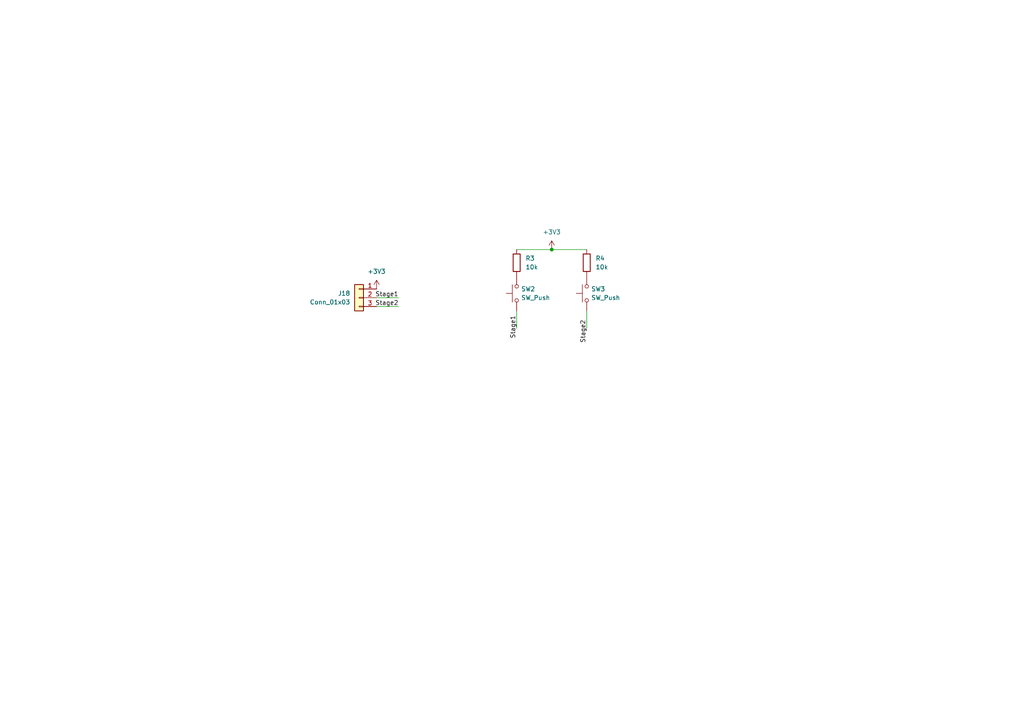
<source format=kicad_sch>
(kicad_sch (version 20211123) (generator eeschema)
  (paper "A4")
  (title_block (title "Trigger") (date "2022-10-10") (rev "v0.1"))
  (lib_symbols
    (symbol "Connector_Generic:Conn_01x03" (pin_names (offset 1.016) hide)
      (property "Reference" "J" (at 0 5.08 0))
      (property "Value" "Conn_01x03" (at 0 -5.08 0))
      (symbol "Conn_01x03_1_1"
        (rectangle (start -1.27 -2.413) (end 0 -2.667) (stroke (width 0.1524)))
        (rectangle (start -1.27 0.127) (end 0 -0.127) (stroke (width 0.1524)))
        (rectangle (start -1.27 2.667) (end 0 2.413) (stroke (width 0.1524)))
        (rectangle (start -1.27 3.81) (end 1.27 -3.81) (stroke (width 0.254)) (fill (type background)))
        (pin passive line (at -5.08 2.54 0) (length 3.81) (name "Pin_1") (number "1"))
        (pin passive line (at -5.08 0 0) (length 3.81) (name "Pin_2") (number "2"))
        (pin passive line (at -5.08 -2.54 0) (length 3.81) (name "Pin_3") (number "3"))
      )
    )
    (symbol "Device:R" (pin_numbers hide) (pin_names (offset 0))
      (property "Reference" "R" (at 2.032 0 90))
      (property "Value" "R" (at 0 0 90))
      (symbol "R_0_1"
        (rectangle (start -1.016 -2.54) (end 1.016 2.54) (stroke (width 0.254)))
      )
      (symbol "R_1_1"
        (pin passive line (at 0 3.81 270) (length 1.27) (name "~") (number "1"))
        (pin passive line (at 0 -3.81 90) (length 1.27) (name "~") (number "2"))
      )
    )
    (symbol "Switch:SW_Push" (pin_numbers hide) (pin_names (offset 1.016) hide)
      (property "Reference" "SW" (at 1.27 2.54 0))
      (property "Value" "SW_Push" (at 0 -1.524 0))
      (symbol "SW_Push_0_1"
        (circle (center -2.032 0) (radius 0.508))
        (polyline (pts (xy 0 1.27) (xy 0 3.048)))
        (polyline (pts (xy 2.54 1.27) (xy -2.54 1.27)))
        (circle (center 2.032 0) (radius 0.508))
        (pin passive line (at -5.08 0 0) (length 2.54) (name "1") (number "1"))
        (pin passive line (at 5.08 0 180) (length 2.54) (name "2") (number "2"))
      )
    )
    (symbol "power:+3V3" (power) (pin_names (offset 0))
      (property "Value" "+3V3" (at 0 3.556 0))
      (symbol "+3V3_0_1"
        (polyline (pts (xy -0.762 1.27) (xy 0 2.54)))
        (polyline (pts (xy 0 0) (xy 0 2.54)))
        (polyline (pts (xy 0 2.54) (xy 0.762 1.27)))
      )
      (symbol "+3V3_1_1"
        (pin power_in line (at 0 0 90) (length 0) hide (name "+3V3") (number "1"))
      )
    )
  )
  (junction (at 160.02 72.39))
  (wire (pts (xy 115.57 86.36) (xy 109.22 86.36)))
  (wire (pts (xy 115.57 88.9) (xy 109.22 88.9)))
  (wire (pts (xy 149.86 72.39) (xy 160.02 72.39)))
  (wire (pts (xy 170.18 90.17) (xy 170.18 95.25)))
  (wire (pts (xy 149.86 90.17) (xy 149.86 95.25)))
  (wire (pts (xy 170.18 72.39) (xy 160.02 72.39)))
  (label "Stage1" (at 149.86 91.44 270))
  (label "Stage2" (at 115.57 88.9 180))
  (label "Stage2" (at 170.18 92.71 270))
  (label "Stage1" (at 115.57 86.36 180))
  (symbol (lib_id "Switch:SW_Push") (at 170.18 85.09 90) (unit 1)
    (property "Reference" "SW3" (at 171.45 83.8199 90) (effects (justify right)))
    (property "Value" "SW_Push" (at 171.45 86.3599 90) (effects (justify right)))
    (property "Footprint" "Button_Switch_THT:SW_PUSH-12mm_Wuerth-430476085716" (effects hide))
  )
  (symbol (lib_id "power:+3V3") (at 160.02 72.39 0) (unit 1)
    (property "Reference" "#PWR0159" (effects hide))
    (property "Value" "+3V3" (at 160.02 67.31 0))
  )
  (symbol (lib_id "Device:R") (at 149.86 76.2 0) (unit 1)
    (property "Reference" "R3" (at 152.4 74.9299 0) (effects (justify left)))
    (property "Value" "10k" (at 152.4 77.4699 0) (effects (justify left)))
    (property "Footprint" "Resistor_SMD:R_0805_2012Metric" (effects hide))
  )
  (symbol (lib_id "Switch:SW_Push") (at 149.86 85.09 90) (unit 1)
    (property "Reference" "SW2" (at 151.13 83.8199 90) (effects (justify right)))
    (property "Value" "SW_Push" (at 151.13 86.3599 90) (effects (justify right)))
    (property "Footprint" "Button_Switch_THT:SW_PUSH-12mm_Wuerth-430476085716" (effects hide))
  )
  (symbol (lib_id "power:+3V3") (at 109.22 83.82 0) (mirror y) (unit 1)
    (property "Reference" "#PWR0158" (effects hide))
    (property "Value" "+3V3" (at 109.22 78.74 0))
  )
  (symbol (lib_id "Device:R") (at 170.18 76.2 0) (unit 1)
    (property "Reference" "R4" (at 172.72 74.9299 0) (effects (justify left)))
    (property "Value" "10k" (at 172.72 77.4699 0) (effects (justify left)))
    (property "Footprint" "Resistor_SMD:R_0805_2012Metric" (effects hide))
  )
  (symbol (lib_id "Connector_Generic:Conn_01x03") (at 104.14 86.36 0) (mirror y) (unit 1)
    (property "Reference" "J18" (at 101.6 85.0899 0) (effects (justify left)))
    (property "Value" "Conn_01x03" (at 101.6 87.6299 0) (effects (justify left)))
    (property "Footprint" "Connector_JST:JST_PH_S3B-PH-K_1x03_P2.00mm_Horizontal" (effects hide))
  )
)
</source>
